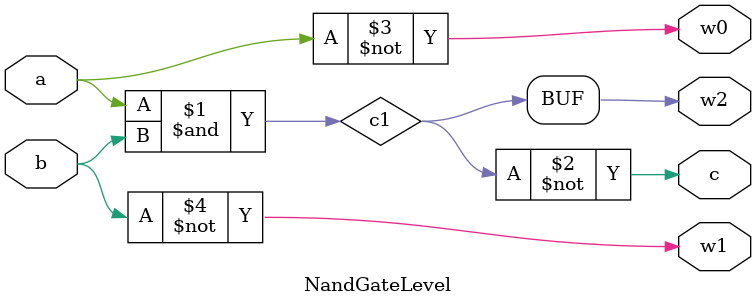
<source format=v>
module NandGateLevel(a,b,c,w0,w1,w2);

input a,b;
output c,w0,w1,w2;

wire c1;
and(c1, a, b);
not(c, c1);

not(w0,a);
not(w1,b);
not(w2,c);

endmodule
</source>
